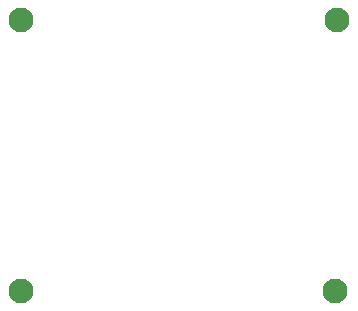
<source format=gbr>
%TF.GenerationSoftware,KiCad,Pcbnew,8.0.8*%
%TF.CreationDate,2025-06-30T12:01:10+05:30*%
%TF.ProjectId,Serial Basic CH340C,53657269-616c-4204-9261-736963204348,rev?*%
%TF.SameCoordinates,Original*%
%TF.FileFunction,NonPlated,1,2,NPTH,Drill*%
%TF.FilePolarity,Positive*%
%FSLAX46Y46*%
G04 Gerber Fmt 4.6, Leading zero omitted, Abs format (unit mm)*
G04 Created by KiCad (PCBNEW 8.0.8) date 2025-06-30 12:01:10*
%MOMM*%
%LPD*%
G01*
G04 APERTURE LIST*
%TA.AperFunction,ComponentDrill*%
%ADD10C,2.100000*%
%TD*%
G04 APERTURE END LIST*
D10*
%TO.C,H1*%
X106400000Y-50000000D03*
%TO.C,H3*%
X106400000Y-73000000D03*
%TO.C,H4*%
X133000000Y-73000000D03*
%TO.C,H2*%
X133200000Y-50000000D03*
M02*

</source>
